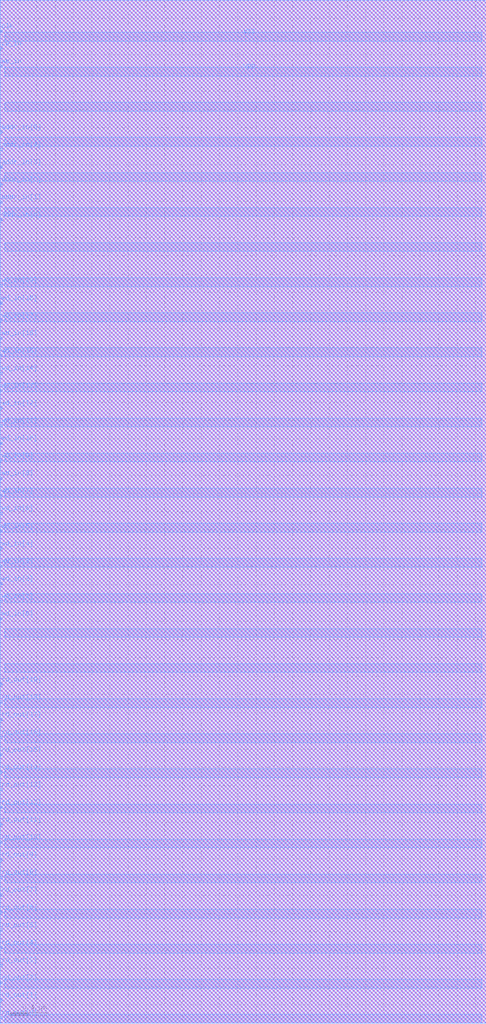
<source format=lef>
# Generated by FakeRAM 2.0
VERSION 5.7 ;
BUSBITCHARS "[]" ;
PROPERTYDEFINITIONS
  MACRO width INTEGER ;
  MACRO depth INTEGER ;
  MACRO banks INTEGER ;
END PROPERTYDEFINITIONS
MACRO fakeram_64x20_upper
  PROPERTY width 20 ;
  PROPERTY depth 64 ;
  PROPERTY banks 2 ;
  FOREIGN fakeram_64x20_upper 0 0 ;
  SYMMETRY X Y R90 ;
  SIZE 5.320 BY 11.200 ;
  CLASS BLOCK ;
  PIN rd_out[0]
    DIRECTION OUTPUT ;
    USE SIGNAL ;
    SHAPE ABUTMENT ;
    PORT
      LAYER M4_m ;
      RECT 0.000 0.048 0.024 0.072 ;
    END
  END rd_out[0]
  PIN rd_out[1]
    DIRECTION OUTPUT ;
    USE SIGNAL ;
    SHAPE ABUTMENT ;
    PORT
      LAYER M4_m ;
      RECT 0.000 0.240 0.024 0.264 ;
    END
  END rd_out[1]
  PIN rd_out[2]
    DIRECTION OUTPUT ;
    USE SIGNAL ;
    SHAPE ABUTMENT ;
    PORT
      LAYER M4_m ;
      RECT 0.000 0.432 0.024 0.456 ;
    END
  END rd_out[2]
  PIN rd_out[3]
    DIRECTION OUTPUT ;
    USE SIGNAL ;
    SHAPE ABUTMENT ;
    PORT
      LAYER M4_m ;
      RECT 0.000 0.624 0.024 0.648 ;
    END
  END rd_out[3]
  PIN rd_out[4]
    DIRECTION OUTPUT ;
    USE SIGNAL ;
    SHAPE ABUTMENT ;
    PORT
      LAYER M4_m ;
      RECT 0.000 0.816 0.024 0.840 ;
    END
  END rd_out[4]
  PIN rd_out[5]
    DIRECTION OUTPUT ;
    USE SIGNAL ;
    SHAPE ABUTMENT ;
    PORT
      LAYER M4_m ;
      RECT 0.000 1.008 0.024 1.032 ;
    END
  END rd_out[5]
  PIN rd_out[6]
    DIRECTION OUTPUT ;
    USE SIGNAL ;
    SHAPE ABUTMENT ;
    PORT
      LAYER M4_m ;
      RECT 0.000 1.200 0.024 1.224 ;
    END
  END rd_out[6]
  PIN rd_out[7]
    DIRECTION OUTPUT ;
    USE SIGNAL ;
    SHAPE ABUTMENT ;
    PORT
      LAYER M4_m ;
      RECT 0.000 1.392 0.024 1.416 ;
    END
  END rd_out[7]
  PIN rd_out[8]
    DIRECTION OUTPUT ;
    USE SIGNAL ;
    SHAPE ABUTMENT ;
    PORT
      LAYER M4_m ;
      RECT 0.000 1.584 0.024 1.608 ;
    END
  END rd_out[8]
  PIN rd_out[9]
    DIRECTION OUTPUT ;
    USE SIGNAL ;
    SHAPE ABUTMENT ;
    PORT
      LAYER M4_m ;
      RECT 0.000 1.776 0.024 1.800 ;
    END
  END rd_out[9]
  PIN rd_out[10]
    DIRECTION OUTPUT ;
    USE SIGNAL ;
    SHAPE ABUTMENT ;
    PORT
      LAYER M4_m ;
      RECT 0.000 1.968 0.024 1.992 ;
    END
  END rd_out[10]
  PIN rd_out[11]
    DIRECTION OUTPUT ;
    USE SIGNAL ;
    SHAPE ABUTMENT ;
    PORT
      LAYER M4_m ;
      RECT 0.000 2.160 0.024 2.184 ;
    END
  END rd_out[11]
  PIN rd_out[12]
    DIRECTION OUTPUT ;
    USE SIGNAL ;
    SHAPE ABUTMENT ;
    PORT
      LAYER M4_m ;
      RECT 0.000 2.352 0.024 2.376 ;
    END
  END rd_out[12]
  PIN rd_out[13]
    DIRECTION OUTPUT ;
    USE SIGNAL ;
    SHAPE ABUTMENT ;
    PORT
      LAYER M4_m ;
      RECT 0.000 2.544 0.024 2.568 ;
    END
  END rd_out[13]
  PIN rd_out[14]
    DIRECTION OUTPUT ;
    USE SIGNAL ;
    SHAPE ABUTMENT ;
    PORT
      LAYER M4_m ;
      RECT 0.000 2.736 0.024 2.760 ;
    END
  END rd_out[14]
  PIN rd_out[15]
    DIRECTION OUTPUT ;
    USE SIGNAL ;
    SHAPE ABUTMENT ;
    PORT
      LAYER M4_m ;
      RECT 0.000 2.928 0.024 2.952 ;
    END
  END rd_out[15]
  PIN rd_out[16]
    DIRECTION OUTPUT ;
    USE SIGNAL ;
    SHAPE ABUTMENT ;
    PORT
      LAYER M4_m ;
      RECT 0.000 3.120 0.024 3.144 ;
    END
  END rd_out[16]
  PIN rd_out[17]
    DIRECTION OUTPUT ;
    USE SIGNAL ;
    SHAPE ABUTMENT ;
    PORT
      LAYER M4_m ;
      RECT 0.000 3.312 0.024 3.336 ;
    END
  END rd_out[17]
  PIN rd_out[18]
    DIRECTION OUTPUT ;
    USE SIGNAL ;
    SHAPE ABUTMENT ;
    PORT
      LAYER M4_m ;
      RECT 0.000 3.504 0.024 3.528 ;
    END
  END rd_out[18]
  PIN rd_out[19]
    DIRECTION OUTPUT ;
    USE SIGNAL ;
    SHAPE ABUTMENT ;
    PORT
      LAYER M4_m ;
      RECT 0.000 3.696 0.024 3.720 ;
    END
  END rd_out[19]
  PIN wd_in[0]
    DIRECTION INPUT ;
    USE SIGNAL ;
    SHAPE ABUTMENT ;
    PORT
      LAYER M4_m ;
      RECT 0.000 4.416 0.024 4.440 ;
    END
  END wd_in[0]
  PIN wd_in[1]
    DIRECTION INPUT ;
    USE SIGNAL ;
    SHAPE ABUTMENT ;
    PORT
      LAYER M4_m ;
      RECT 0.000 4.608 0.024 4.632 ;
    END
  END wd_in[1]
  PIN wd_in[2]
    DIRECTION INPUT ;
    USE SIGNAL ;
    SHAPE ABUTMENT ;
    PORT
      LAYER M4_m ;
      RECT 0.000 4.800 0.024 4.824 ;
    END
  END wd_in[2]
  PIN wd_in[3]
    DIRECTION INPUT ;
    USE SIGNAL ;
    SHAPE ABUTMENT ;
    PORT
      LAYER M4_m ;
      RECT 0.000 4.992 0.024 5.016 ;
    END
  END wd_in[3]
  PIN wd_in[4]
    DIRECTION INPUT ;
    USE SIGNAL ;
    SHAPE ABUTMENT ;
    PORT
      LAYER M4_m ;
      RECT 0.000 5.184 0.024 5.208 ;
    END
  END wd_in[4]
  PIN wd_in[5]
    DIRECTION INPUT ;
    USE SIGNAL ;
    SHAPE ABUTMENT ;
    PORT
      LAYER M4_m ;
      RECT 0.000 5.376 0.024 5.400 ;
    END
  END wd_in[5]
  PIN wd_in[6]
    DIRECTION INPUT ;
    USE SIGNAL ;
    SHAPE ABUTMENT ;
    PORT
      LAYER M4_m ;
      RECT 0.000 5.568 0.024 5.592 ;
    END
  END wd_in[6]
  PIN wd_in[7]
    DIRECTION INPUT ;
    USE SIGNAL ;
    SHAPE ABUTMENT ;
    PORT
      LAYER M4_m ;
      RECT 0.000 5.760 0.024 5.784 ;
    END
  END wd_in[7]
  PIN wd_in[8]
    DIRECTION INPUT ;
    USE SIGNAL ;
    SHAPE ABUTMENT ;
    PORT
      LAYER M4_m ;
      RECT 0.000 5.952 0.024 5.976 ;
    END
  END wd_in[8]
  PIN wd_in[9]
    DIRECTION INPUT ;
    USE SIGNAL ;
    SHAPE ABUTMENT ;
    PORT
      LAYER M4_m ;
      RECT 0.000 6.144 0.024 6.168 ;
    END
  END wd_in[9]
  PIN wd_in[10]
    DIRECTION INPUT ;
    USE SIGNAL ;
    SHAPE ABUTMENT ;
    PORT
      LAYER M4_m ;
      RECT 0.000 6.336 0.024 6.360 ;
    END
  END wd_in[10]
  PIN wd_in[11]
    DIRECTION INPUT ;
    USE SIGNAL ;
    SHAPE ABUTMENT ;
    PORT
      LAYER M4_m ;
      RECT 0.000 6.528 0.024 6.552 ;
    END
  END wd_in[11]
  PIN wd_in[12]
    DIRECTION INPUT ;
    USE SIGNAL ;
    SHAPE ABUTMENT ;
    PORT
      LAYER M4_m ;
      RECT 0.000 6.720 0.024 6.744 ;
    END
  END wd_in[12]
  PIN wd_in[13]
    DIRECTION INPUT ;
    USE SIGNAL ;
    SHAPE ABUTMENT ;
    PORT
      LAYER M4_m ;
      RECT 0.000 6.912 0.024 6.936 ;
    END
  END wd_in[13]
  PIN wd_in[14]
    DIRECTION INPUT ;
    USE SIGNAL ;
    SHAPE ABUTMENT ;
    PORT
      LAYER M4_m ;
      RECT 0.000 7.104 0.024 7.128 ;
    END
  END wd_in[14]
  PIN wd_in[15]
    DIRECTION INPUT ;
    USE SIGNAL ;
    SHAPE ABUTMENT ;
    PORT
      LAYER M4_m ;
      RECT 0.000 7.296 0.024 7.320 ;
    END
  END wd_in[15]
  PIN wd_in[16]
    DIRECTION INPUT ;
    USE SIGNAL ;
    SHAPE ABUTMENT ;
    PORT
      LAYER M4_m ;
      RECT 0.000 7.488 0.024 7.512 ;
    END
  END wd_in[16]
  PIN wd_in[17]
    DIRECTION INPUT ;
    USE SIGNAL ;
    SHAPE ABUTMENT ;
    PORT
      LAYER M4_m ;
      RECT 0.000 7.680 0.024 7.704 ;
    END
  END wd_in[17]
  PIN wd_in[18]
    DIRECTION INPUT ;
    USE SIGNAL ;
    SHAPE ABUTMENT ;
    PORT
      LAYER M4_m ;
      RECT 0.000 7.872 0.024 7.896 ;
    END
  END wd_in[18]
  PIN wd_in[19]
    DIRECTION INPUT ;
    USE SIGNAL ;
    SHAPE ABUTMENT ;
    PORT
      LAYER M4_m ;
      RECT 0.000 8.064 0.024 8.088 ;
    END
  END wd_in[19]
  PIN addr_in[0]
    DIRECTION INPUT ;
    USE SIGNAL ;
    SHAPE ABUTMENT ;
    PORT
      LAYER M4_m ;
      RECT 0.000 8.784 0.024 8.808 ;
    END
  END addr_in[0]
  PIN addr_in[1]
    DIRECTION INPUT ;
    USE SIGNAL ;
    SHAPE ABUTMENT ;
    PORT
      LAYER M4_m ;
      RECT 0.000 8.976 0.024 9.000 ;
    END
  END addr_in[1]
  PIN addr_in[2]
    DIRECTION INPUT ;
    USE SIGNAL ;
    SHAPE ABUTMENT ;
    PORT
      LAYER M4_m ;
      RECT 0.000 9.168 0.024 9.192 ;
    END
  END addr_in[2]
  PIN addr_in[3]
    DIRECTION INPUT ;
    USE SIGNAL ;
    SHAPE ABUTMENT ;
    PORT
      LAYER M4_m ;
      RECT 0.000 9.360 0.024 9.384 ;
    END
  END addr_in[3]
  PIN addr_in[4]
    DIRECTION INPUT ;
    USE SIGNAL ;
    SHAPE ABUTMENT ;
    PORT
      LAYER M4_m ;
      RECT 0.000 9.552 0.024 9.576 ;
    END
  END addr_in[4]
  PIN addr_in[5]
    DIRECTION INPUT ;
    USE SIGNAL ;
    SHAPE ABUTMENT ;
    PORT
      LAYER M4_m ;
      RECT 0.000 9.744 0.024 9.768 ;
    END
  END addr_in[5]
  PIN we_in
    DIRECTION INPUT ;
    USE SIGNAL ;
    SHAPE ABUTMENT ;
    PORT
      LAYER M4_m ;
      RECT 0.000 10.464 0.024 10.488 ;
    END
  END we_in
  PIN ce_in
    DIRECTION INPUT ;
    USE SIGNAL ;
    SHAPE ABUTMENT ;
    PORT
      LAYER M4_m ;
      RECT 0.000 10.656 0.024 10.680 ;
    END
  END ce_in
  PIN clk
    DIRECTION INPUT ;
    USE SIGNAL ;
    SHAPE ABUTMENT ;
    PORT
      LAYER M4_m ;
      RECT 0.000 10.848 0.024 10.872 ;
    END
  END clk
  PIN VSS
    DIRECTION INOUT ;
    USE GROUND ;
    PORT
      LAYER M4_m ;
      RECT 0.048 0.000 5.272 0.096 ;
      RECT 0.048 0.768 5.272 0.864 ;
      RECT 0.048 1.536 5.272 1.632 ;
      RECT 0.048 2.304 5.272 2.400 ;
      RECT 0.048 3.072 5.272 3.168 ;
      RECT 0.048 3.840 5.272 3.936 ;
      RECT 0.048 4.608 5.272 4.704 ;
      RECT 0.048 5.376 5.272 5.472 ;
      RECT 0.048 6.144 5.272 6.240 ;
      RECT 0.048 6.912 5.272 7.008 ;
      RECT 0.048 7.680 5.272 7.776 ;
      RECT 0.048 8.448 5.272 8.544 ;
      RECT 0.048 9.216 5.272 9.312 ;
      RECT 0.048 9.984 5.272 10.080 ;
      RECT 0.048 10.752 5.272 10.848 ;
    END
  END VSS
  PIN VDD
    DIRECTION INOUT ;
    USE POWER ;
    PORT
      LAYER M4_m ;
      RECT 0.048 0.384 5.272 0.480 ;
      RECT 0.048 1.152 5.272 1.248 ;
      RECT 0.048 1.920 5.272 2.016 ;
      RECT 0.048 2.688 5.272 2.784 ;
      RECT 0.048 3.456 5.272 3.552 ;
      RECT 0.048 4.224 5.272 4.320 ;
      RECT 0.048 4.992 5.272 5.088 ;
      RECT 0.048 5.760 5.272 5.856 ;
      RECT 0.048 6.528 5.272 6.624 ;
      RECT 0.048 7.296 5.272 7.392 ;
      RECT 0.048 8.064 5.272 8.160 ;
      RECT 0.048 8.832 5.272 8.928 ;
      RECT 0.048 9.600 5.272 9.696 ;
      RECT 0.048 10.368 5.272 10.464 ;
    END
  END VDD
  OBS
    LAYER M1_m ;
    RECT 0 0 5.320 11.200 ;
    LAYER M2_m ;
    RECT 0 0 5.320 11.200 ;
    LAYER M3_m ;
    RECT 0 0 5.320 11.200 ;
    LAYER M4_m ;
    RECT 0 0 5.320 11.200 ;
  END
END fakeram_64x20_upper

END LIBRARY

</source>
